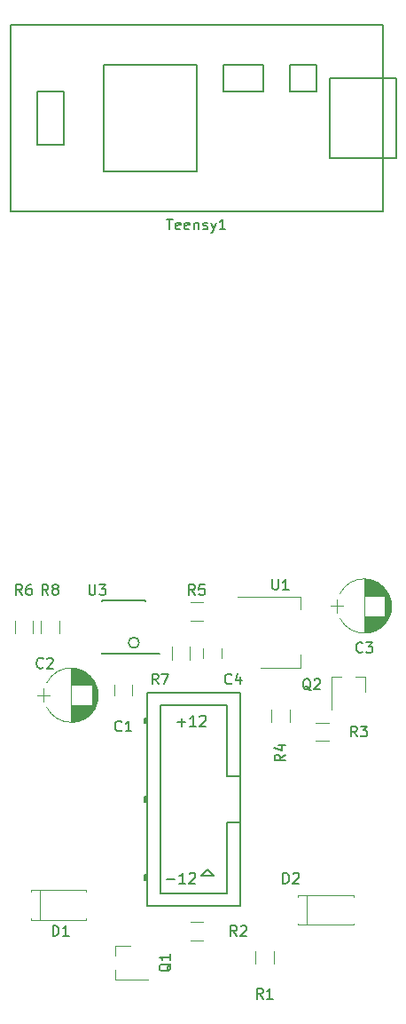
<source format=gbr>
G04 #@! TF.FileFunction,Legend,Top*
%FSLAX46Y46*%
G04 Gerber Fmt 4.6, Leading zero omitted, Abs format (unit mm)*
G04 Created by KiCad (PCBNEW 4.0.7) date 07/21/18 13:32:25*
%MOMM*%
%LPD*%
G01*
G04 APERTURE LIST*
%ADD10C,0.100000*%
%ADD11C,0.200000*%
%ADD12C,0.150000*%
%ADD13C,0.120000*%
G04 APERTURE END LIST*
D10*
D11*
X117500000Y-115000000D02*
G75*
G03X117500000Y-115000000I-500000J0D01*
G01*
D12*
X121166667Y-122571429D02*
X121928572Y-122571429D01*
X121547620Y-122952381D02*
X121547620Y-122190476D01*
X122928572Y-122952381D02*
X122357143Y-122952381D01*
X122642857Y-122952381D02*
X122642857Y-121952381D01*
X122547619Y-122095238D01*
X122452381Y-122190476D01*
X122357143Y-122238095D01*
X123309524Y-122047619D02*
X123357143Y-122000000D01*
X123452381Y-121952381D01*
X123690477Y-121952381D01*
X123785715Y-122000000D01*
X123833334Y-122047619D01*
X123880953Y-122142857D01*
X123880953Y-122238095D01*
X123833334Y-122380952D01*
X123261905Y-122952381D01*
X123880953Y-122952381D01*
X120166667Y-137571429D02*
X120928572Y-137571429D01*
X121928572Y-137952381D02*
X121357143Y-137952381D01*
X121642857Y-137952381D02*
X121642857Y-136952381D01*
X121547619Y-137095238D01*
X121452381Y-137190476D01*
X121357143Y-137238095D01*
X122309524Y-137047619D02*
X122357143Y-137000000D01*
X122452381Y-136952381D01*
X122690477Y-136952381D01*
X122785715Y-137000000D01*
X122833334Y-137047619D01*
X122880953Y-137142857D01*
X122880953Y-137238095D01*
X122833334Y-137380952D01*
X122261905Y-137952381D01*
X122880953Y-137952381D01*
X127200000Y-140070000D02*
X118260000Y-140070000D01*
X118260000Y-140070000D02*
X118260000Y-119770000D01*
X118260000Y-119770000D02*
X127200000Y-119770000D01*
X127200000Y-119770000D02*
X127200000Y-140070000D01*
X127200000Y-132145000D02*
X125900000Y-132145000D01*
X125900000Y-132145000D02*
X125900000Y-138870000D01*
X125900000Y-138870000D02*
X119560000Y-138870000D01*
X119560000Y-138870000D02*
X119560000Y-120970000D01*
X119560000Y-120970000D02*
X125900000Y-120970000D01*
X125900000Y-120970000D02*
X125900000Y-127695000D01*
X125900000Y-127695000D02*
X127200000Y-127695000D01*
X118260000Y-130170000D02*
X118060000Y-130170000D01*
X118060000Y-130170000D02*
X118060000Y-129670000D01*
X118060000Y-129670000D02*
X118260000Y-129670000D01*
X118160000Y-130170000D02*
X118160000Y-129670000D01*
X118260000Y-122690000D02*
X118060000Y-122690000D01*
X118060000Y-122690000D02*
X118060000Y-122190000D01*
X118060000Y-122190000D02*
X118260000Y-122190000D01*
X118160000Y-122690000D02*
X118160000Y-122190000D01*
X118260000Y-137650000D02*
X118060000Y-137650000D01*
X118060000Y-137650000D02*
X118060000Y-137150000D01*
X118060000Y-137150000D02*
X118260000Y-137150000D01*
X118160000Y-137650000D02*
X118160000Y-137150000D01*
X124600000Y-137200000D02*
X123400000Y-137200000D01*
X123400000Y-137200000D02*
X124000000Y-136600000D01*
X124000000Y-136600000D02*
X124600000Y-137200000D01*
X140780000Y-61190000D02*
X142050000Y-61190000D01*
X142050000Y-61190000D02*
X142050000Y-68810000D01*
X142050000Y-68810000D02*
X140780000Y-68810000D01*
X129350000Y-59920000D02*
X125540000Y-59920000D01*
X125540000Y-59920000D02*
X125540000Y-62460000D01*
X125540000Y-62460000D02*
X129350000Y-62460000D01*
X129350000Y-62460000D02*
X129350000Y-59920000D01*
X135700000Y-61190000D02*
X135700000Y-68810000D01*
X135700000Y-68810000D02*
X140780000Y-68810000D01*
X135700000Y-61190000D02*
X140780000Y-61190000D01*
X134430000Y-59920000D02*
X131890000Y-59920000D01*
X131890000Y-59920000D02*
X131890000Y-62460000D01*
X131890000Y-62460000D02*
X134430000Y-62460000D01*
X134430000Y-62460000D02*
X134430000Y-59920000D01*
X107760000Y-67540000D02*
X107760000Y-62460000D01*
X107760000Y-62460000D02*
X110300000Y-62460000D01*
X110300000Y-62460000D02*
X110300000Y-67540000D01*
X110300000Y-67540000D02*
X107760000Y-67540000D01*
X114110000Y-59920000D02*
X114110000Y-70080000D01*
X123000000Y-70080000D02*
X123000000Y-59920000D01*
X114110000Y-70080000D02*
X123000000Y-70080000D01*
X114110000Y-59920000D02*
X123000000Y-59920000D01*
X140780000Y-73890000D02*
X105220000Y-73890000D01*
X105220000Y-73890000D02*
X105220000Y-56110000D01*
X105220000Y-56110000D02*
X140780000Y-56110000D01*
X140780000Y-56110000D02*
X140780000Y-73890000D01*
D13*
X132650000Y-139220000D02*
X132650000Y-139090000D01*
X132650000Y-139090000D02*
X137970000Y-139090000D01*
X137970000Y-139090000D02*
X137970000Y-139220000D01*
X132650000Y-141780000D02*
X132650000Y-141910000D01*
X132650000Y-141910000D02*
X137970000Y-141910000D01*
X137970000Y-141910000D02*
X137970000Y-141780000D01*
X133490000Y-139090000D02*
X133490000Y-141910000D01*
X107150000Y-138720000D02*
X107150000Y-138590000D01*
X107150000Y-138590000D02*
X112470000Y-138590000D01*
X112470000Y-138590000D02*
X112470000Y-138720000D01*
X107150000Y-141280000D02*
X107150000Y-141410000D01*
X107150000Y-141410000D02*
X112470000Y-141410000D01*
X112470000Y-141410000D02*
X112470000Y-141280000D01*
X107990000Y-138590000D02*
X107990000Y-141410000D01*
X141305722Y-110320277D02*
G75*
G03X136694420Y-110320000I-2305722J-1179723D01*
G01*
X141305722Y-112679723D02*
G75*
G02X136694420Y-112680000I-2305722J1179723D01*
G01*
X141305722Y-112679723D02*
G75*
G03X141305580Y-110320000I-2305722J1179723D01*
G01*
X139000000Y-108950000D02*
X139000000Y-114050000D01*
X139040000Y-108950000D02*
X139040000Y-110520000D01*
X139040000Y-112480000D02*
X139040000Y-114050000D01*
X139080000Y-108951000D02*
X139080000Y-110520000D01*
X139080000Y-112480000D02*
X139080000Y-114049000D01*
X139120000Y-108952000D02*
X139120000Y-110520000D01*
X139120000Y-112480000D02*
X139120000Y-114048000D01*
X139160000Y-108954000D02*
X139160000Y-110520000D01*
X139160000Y-112480000D02*
X139160000Y-114046000D01*
X139200000Y-108957000D02*
X139200000Y-110520000D01*
X139200000Y-112480000D02*
X139200000Y-114043000D01*
X139240000Y-108961000D02*
X139240000Y-110520000D01*
X139240000Y-112480000D02*
X139240000Y-114039000D01*
X139280000Y-108965000D02*
X139280000Y-110520000D01*
X139280000Y-112480000D02*
X139280000Y-114035000D01*
X139320000Y-108969000D02*
X139320000Y-110520000D01*
X139320000Y-112480000D02*
X139320000Y-114031000D01*
X139360000Y-108975000D02*
X139360000Y-110520000D01*
X139360000Y-112480000D02*
X139360000Y-114025000D01*
X139400000Y-108981000D02*
X139400000Y-110520000D01*
X139400000Y-112480000D02*
X139400000Y-114019000D01*
X139440000Y-108987000D02*
X139440000Y-110520000D01*
X139440000Y-112480000D02*
X139440000Y-114013000D01*
X139480000Y-108994000D02*
X139480000Y-110520000D01*
X139480000Y-112480000D02*
X139480000Y-114006000D01*
X139520000Y-109002000D02*
X139520000Y-110520000D01*
X139520000Y-112480000D02*
X139520000Y-113998000D01*
X139560000Y-109011000D02*
X139560000Y-110520000D01*
X139560000Y-112480000D02*
X139560000Y-113989000D01*
X139600000Y-109020000D02*
X139600000Y-110520000D01*
X139600000Y-112480000D02*
X139600000Y-113980000D01*
X139640000Y-109030000D02*
X139640000Y-110520000D01*
X139640000Y-112480000D02*
X139640000Y-113970000D01*
X139680000Y-109040000D02*
X139680000Y-110520000D01*
X139680000Y-112480000D02*
X139680000Y-113960000D01*
X139721000Y-109052000D02*
X139721000Y-110520000D01*
X139721000Y-112480000D02*
X139721000Y-113948000D01*
X139761000Y-109064000D02*
X139761000Y-110520000D01*
X139761000Y-112480000D02*
X139761000Y-113936000D01*
X139801000Y-109076000D02*
X139801000Y-110520000D01*
X139801000Y-112480000D02*
X139801000Y-113924000D01*
X139841000Y-109090000D02*
X139841000Y-110520000D01*
X139841000Y-112480000D02*
X139841000Y-113910000D01*
X139881000Y-109104000D02*
X139881000Y-110520000D01*
X139881000Y-112480000D02*
X139881000Y-113896000D01*
X139921000Y-109118000D02*
X139921000Y-110520000D01*
X139921000Y-112480000D02*
X139921000Y-113882000D01*
X139961000Y-109134000D02*
X139961000Y-110520000D01*
X139961000Y-112480000D02*
X139961000Y-113866000D01*
X140001000Y-109150000D02*
X140001000Y-110520000D01*
X140001000Y-112480000D02*
X140001000Y-113850000D01*
X140041000Y-109167000D02*
X140041000Y-110520000D01*
X140041000Y-112480000D02*
X140041000Y-113833000D01*
X140081000Y-109185000D02*
X140081000Y-110520000D01*
X140081000Y-112480000D02*
X140081000Y-113815000D01*
X140121000Y-109204000D02*
X140121000Y-110520000D01*
X140121000Y-112480000D02*
X140121000Y-113796000D01*
X140161000Y-109224000D02*
X140161000Y-110520000D01*
X140161000Y-112480000D02*
X140161000Y-113776000D01*
X140201000Y-109244000D02*
X140201000Y-110520000D01*
X140201000Y-112480000D02*
X140201000Y-113756000D01*
X140241000Y-109266000D02*
X140241000Y-110520000D01*
X140241000Y-112480000D02*
X140241000Y-113734000D01*
X140281000Y-109288000D02*
X140281000Y-110520000D01*
X140281000Y-112480000D02*
X140281000Y-113712000D01*
X140321000Y-109311000D02*
X140321000Y-110520000D01*
X140321000Y-112480000D02*
X140321000Y-113689000D01*
X140361000Y-109335000D02*
X140361000Y-110520000D01*
X140361000Y-112480000D02*
X140361000Y-113665000D01*
X140401000Y-109360000D02*
X140401000Y-110520000D01*
X140401000Y-112480000D02*
X140401000Y-113640000D01*
X140441000Y-109387000D02*
X140441000Y-110520000D01*
X140441000Y-112480000D02*
X140441000Y-113613000D01*
X140481000Y-109414000D02*
X140481000Y-110520000D01*
X140481000Y-112480000D02*
X140481000Y-113586000D01*
X140521000Y-109442000D02*
X140521000Y-110520000D01*
X140521000Y-112480000D02*
X140521000Y-113558000D01*
X140561000Y-109472000D02*
X140561000Y-110520000D01*
X140561000Y-112480000D02*
X140561000Y-113528000D01*
X140601000Y-109503000D02*
X140601000Y-110520000D01*
X140601000Y-112480000D02*
X140601000Y-113497000D01*
X140641000Y-109535000D02*
X140641000Y-110520000D01*
X140641000Y-112480000D02*
X140641000Y-113465000D01*
X140681000Y-109568000D02*
X140681000Y-110520000D01*
X140681000Y-112480000D02*
X140681000Y-113432000D01*
X140721000Y-109603000D02*
X140721000Y-110520000D01*
X140721000Y-112480000D02*
X140721000Y-113397000D01*
X140761000Y-109639000D02*
X140761000Y-110520000D01*
X140761000Y-112480000D02*
X140761000Y-113361000D01*
X140801000Y-109677000D02*
X140801000Y-110520000D01*
X140801000Y-112480000D02*
X140801000Y-113323000D01*
X140841000Y-109717000D02*
X140841000Y-110520000D01*
X140841000Y-112480000D02*
X140841000Y-113283000D01*
X140881000Y-109758000D02*
X140881000Y-110520000D01*
X140881000Y-112480000D02*
X140881000Y-113242000D01*
X140921000Y-109801000D02*
X140921000Y-110520000D01*
X140921000Y-112480000D02*
X140921000Y-113199000D01*
X140961000Y-109846000D02*
X140961000Y-110520000D01*
X140961000Y-112480000D02*
X140961000Y-113154000D01*
X141001000Y-109894000D02*
X141001000Y-113106000D01*
X141041000Y-109944000D02*
X141041000Y-113056000D01*
X141081000Y-109996000D02*
X141081000Y-113004000D01*
X141121000Y-110052000D02*
X141121000Y-112948000D01*
X141161000Y-110110000D02*
X141161000Y-112890000D01*
X141201000Y-110173000D02*
X141201000Y-112827000D01*
X141241000Y-110239000D02*
X141241000Y-112761000D01*
X141281000Y-110311000D02*
X141281000Y-112689000D01*
X141321000Y-110388000D02*
X141321000Y-112612000D01*
X141361000Y-110472000D02*
X141361000Y-112528000D01*
X141401000Y-110566000D02*
X141401000Y-112434000D01*
X141441000Y-110671000D02*
X141441000Y-112329000D01*
X141481000Y-110793000D02*
X141481000Y-112207000D01*
X141521000Y-110941000D02*
X141521000Y-112059000D01*
X141561000Y-111146000D02*
X141561000Y-111854000D01*
X135800000Y-111500000D02*
X137000000Y-111500000D01*
X136400000Y-110850000D02*
X136400000Y-112150000D01*
X113305722Y-118820277D02*
G75*
G03X108694420Y-118820000I-2305722J-1179723D01*
G01*
X113305722Y-121179723D02*
G75*
G02X108694420Y-121180000I-2305722J1179723D01*
G01*
X113305722Y-121179723D02*
G75*
G03X113305580Y-118820000I-2305722J1179723D01*
G01*
X111000000Y-117450000D02*
X111000000Y-122550000D01*
X111040000Y-117450000D02*
X111040000Y-119020000D01*
X111040000Y-120980000D02*
X111040000Y-122550000D01*
X111080000Y-117451000D02*
X111080000Y-119020000D01*
X111080000Y-120980000D02*
X111080000Y-122549000D01*
X111120000Y-117452000D02*
X111120000Y-119020000D01*
X111120000Y-120980000D02*
X111120000Y-122548000D01*
X111160000Y-117454000D02*
X111160000Y-119020000D01*
X111160000Y-120980000D02*
X111160000Y-122546000D01*
X111200000Y-117457000D02*
X111200000Y-119020000D01*
X111200000Y-120980000D02*
X111200000Y-122543000D01*
X111240000Y-117461000D02*
X111240000Y-119020000D01*
X111240000Y-120980000D02*
X111240000Y-122539000D01*
X111280000Y-117465000D02*
X111280000Y-119020000D01*
X111280000Y-120980000D02*
X111280000Y-122535000D01*
X111320000Y-117469000D02*
X111320000Y-119020000D01*
X111320000Y-120980000D02*
X111320000Y-122531000D01*
X111360000Y-117475000D02*
X111360000Y-119020000D01*
X111360000Y-120980000D02*
X111360000Y-122525000D01*
X111400000Y-117481000D02*
X111400000Y-119020000D01*
X111400000Y-120980000D02*
X111400000Y-122519000D01*
X111440000Y-117487000D02*
X111440000Y-119020000D01*
X111440000Y-120980000D02*
X111440000Y-122513000D01*
X111480000Y-117494000D02*
X111480000Y-119020000D01*
X111480000Y-120980000D02*
X111480000Y-122506000D01*
X111520000Y-117502000D02*
X111520000Y-119020000D01*
X111520000Y-120980000D02*
X111520000Y-122498000D01*
X111560000Y-117511000D02*
X111560000Y-119020000D01*
X111560000Y-120980000D02*
X111560000Y-122489000D01*
X111600000Y-117520000D02*
X111600000Y-119020000D01*
X111600000Y-120980000D02*
X111600000Y-122480000D01*
X111640000Y-117530000D02*
X111640000Y-119020000D01*
X111640000Y-120980000D02*
X111640000Y-122470000D01*
X111680000Y-117540000D02*
X111680000Y-119020000D01*
X111680000Y-120980000D02*
X111680000Y-122460000D01*
X111721000Y-117552000D02*
X111721000Y-119020000D01*
X111721000Y-120980000D02*
X111721000Y-122448000D01*
X111761000Y-117564000D02*
X111761000Y-119020000D01*
X111761000Y-120980000D02*
X111761000Y-122436000D01*
X111801000Y-117576000D02*
X111801000Y-119020000D01*
X111801000Y-120980000D02*
X111801000Y-122424000D01*
X111841000Y-117590000D02*
X111841000Y-119020000D01*
X111841000Y-120980000D02*
X111841000Y-122410000D01*
X111881000Y-117604000D02*
X111881000Y-119020000D01*
X111881000Y-120980000D02*
X111881000Y-122396000D01*
X111921000Y-117618000D02*
X111921000Y-119020000D01*
X111921000Y-120980000D02*
X111921000Y-122382000D01*
X111961000Y-117634000D02*
X111961000Y-119020000D01*
X111961000Y-120980000D02*
X111961000Y-122366000D01*
X112001000Y-117650000D02*
X112001000Y-119020000D01*
X112001000Y-120980000D02*
X112001000Y-122350000D01*
X112041000Y-117667000D02*
X112041000Y-119020000D01*
X112041000Y-120980000D02*
X112041000Y-122333000D01*
X112081000Y-117685000D02*
X112081000Y-119020000D01*
X112081000Y-120980000D02*
X112081000Y-122315000D01*
X112121000Y-117704000D02*
X112121000Y-119020000D01*
X112121000Y-120980000D02*
X112121000Y-122296000D01*
X112161000Y-117724000D02*
X112161000Y-119020000D01*
X112161000Y-120980000D02*
X112161000Y-122276000D01*
X112201000Y-117744000D02*
X112201000Y-119020000D01*
X112201000Y-120980000D02*
X112201000Y-122256000D01*
X112241000Y-117766000D02*
X112241000Y-119020000D01*
X112241000Y-120980000D02*
X112241000Y-122234000D01*
X112281000Y-117788000D02*
X112281000Y-119020000D01*
X112281000Y-120980000D02*
X112281000Y-122212000D01*
X112321000Y-117811000D02*
X112321000Y-119020000D01*
X112321000Y-120980000D02*
X112321000Y-122189000D01*
X112361000Y-117835000D02*
X112361000Y-119020000D01*
X112361000Y-120980000D02*
X112361000Y-122165000D01*
X112401000Y-117860000D02*
X112401000Y-119020000D01*
X112401000Y-120980000D02*
X112401000Y-122140000D01*
X112441000Y-117887000D02*
X112441000Y-119020000D01*
X112441000Y-120980000D02*
X112441000Y-122113000D01*
X112481000Y-117914000D02*
X112481000Y-119020000D01*
X112481000Y-120980000D02*
X112481000Y-122086000D01*
X112521000Y-117942000D02*
X112521000Y-119020000D01*
X112521000Y-120980000D02*
X112521000Y-122058000D01*
X112561000Y-117972000D02*
X112561000Y-119020000D01*
X112561000Y-120980000D02*
X112561000Y-122028000D01*
X112601000Y-118003000D02*
X112601000Y-119020000D01*
X112601000Y-120980000D02*
X112601000Y-121997000D01*
X112641000Y-118035000D02*
X112641000Y-119020000D01*
X112641000Y-120980000D02*
X112641000Y-121965000D01*
X112681000Y-118068000D02*
X112681000Y-119020000D01*
X112681000Y-120980000D02*
X112681000Y-121932000D01*
X112721000Y-118103000D02*
X112721000Y-119020000D01*
X112721000Y-120980000D02*
X112721000Y-121897000D01*
X112761000Y-118139000D02*
X112761000Y-119020000D01*
X112761000Y-120980000D02*
X112761000Y-121861000D01*
X112801000Y-118177000D02*
X112801000Y-119020000D01*
X112801000Y-120980000D02*
X112801000Y-121823000D01*
X112841000Y-118217000D02*
X112841000Y-119020000D01*
X112841000Y-120980000D02*
X112841000Y-121783000D01*
X112881000Y-118258000D02*
X112881000Y-119020000D01*
X112881000Y-120980000D02*
X112881000Y-121742000D01*
X112921000Y-118301000D02*
X112921000Y-119020000D01*
X112921000Y-120980000D02*
X112921000Y-121699000D01*
X112961000Y-118346000D02*
X112961000Y-119020000D01*
X112961000Y-120980000D02*
X112961000Y-121654000D01*
X113001000Y-118394000D02*
X113001000Y-121606000D01*
X113041000Y-118444000D02*
X113041000Y-121556000D01*
X113081000Y-118496000D02*
X113081000Y-121504000D01*
X113121000Y-118552000D02*
X113121000Y-121448000D01*
X113161000Y-118610000D02*
X113161000Y-121390000D01*
X113201000Y-118673000D02*
X113201000Y-121327000D01*
X113241000Y-118739000D02*
X113241000Y-121261000D01*
X113281000Y-118811000D02*
X113281000Y-121189000D01*
X113321000Y-118888000D02*
X113321000Y-121112000D01*
X113361000Y-118972000D02*
X113361000Y-121028000D01*
X113401000Y-119066000D02*
X113401000Y-120934000D01*
X113441000Y-119171000D02*
X113441000Y-120829000D01*
X113481000Y-119293000D02*
X113481000Y-120707000D01*
X113521000Y-119441000D02*
X113521000Y-120559000D01*
X113561000Y-119646000D02*
X113561000Y-120354000D01*
X107800000Y-120000000D02*
X109000000Y-120000000D01*
X108400000Y-119350000D02*
X108400000Y-120650000D01*
X123600000Y-143380000D02*
X122400000Y-143380000D01*
X122400000Y-141620000D02*
X123600000Y-141620000D01*
X135600000Y-124380000D02*
X134400000Y-124380000D01*
X134400000Y-122620000D02*
X135600000Y-122620000D01*
X130120000Y-122600000D02*
X130120000Y-121400000D01*
X131880000Y-121400000D02*
X131880000Y-122600000D01*
X122400000Y-111120000D02*
X123600000Y-111120000D01*
X123600000Y-112880000D02*
X122400000Y-112880000D01*
X107380000Y-112900000D02*
X107380000Y-114100000D01*
X105620000Y-114100000D02*
X105620000Y-112900000D01*
X122380000Y-115400000D02*
X122380000Y-116600000D01*
X120620000Y-116600000D02*
X120620000Y-115400000D01*
X109880000Y-112900000D02*
X109880000Y-114100000D01*
X108120000Y-114100000D02*
X108120000Y-112900000D01*
X130380000Y-144400000D02*
X130380000Y-145600000D01*
X128620000Y-145600000D02*
X128620000Y-144400000D01*
X115240000Y-143920000D02*
X115240000Y-144850000D01*
X115240000Y-147080000D02*
X115240000Y-146150000D01*
X115240000Y-147080000D02*
X118400000Y-147080000D01*
X115240000Y-143920000D02*
X116700000Y-143920000D01*
X139080000Y-118240000D02*
X138150000Y-118240000D01*
X135920000Y-118240000D02*
X136850000Y-118240000D01*
X135920000Y-118240000D02*
X135920000Y-121400000D01*
X139080000Y-118240000D02*
X139080000Y-119700000D01*
X132910000Y-117410000D02*
X132910000Y-116150000D01*
X132910000Y-110590000D02*
X132910000Y-111850000D01*
X129150000Y-117410000D02*
X132910000Y-117410000D01*
X126900000Y-110590000D02*
X132910000Y-110590000D01*
D12*
X118075000Y-116075000D02*
X118075000Y-116025000D01*
X113925000Y-116075000D02*
X113925000Y-115930000D01*
X113925000Y-110925000D02*
X113925000Y-111070000D01*
X118075000Y-110925000D02*
X118075000Y-111070000D01*
X118075000Y-116075000D02*
X113925000Y-116075000D01*
X118075000Y-110925000D02*
X113925000Y-110925000D01*
X118075000Y-116025000D02*
X119475000Y-116025000D01*
D13*
X116850000Y-120000000D02*
X116850000Y-119000000D01*
X115150000Y-119000000D02*
X115150000Y-120000000D01*
X123650000Y-115500000D02*
X123650000Y-116500000D01*
X125350000Y-116500000D02*
X125350000Y-115500000D01*
D12*
X120142857Y-74612381D02*
X120714286Y-74612381D01*
X120428571Y-75612381D02*
X120428571Y-74612381D01*
X121428572Y-75564762D02*
X121333334Y-75612381D01*
X121142857Y-75612381D01*
X121047619Y-75564762D01*
X121000000Y-75469524D01*
X121000000Y-75088571D01*
X121047619Y-74993333D01*
X121142857Y-74945714D01*
X121333334Y-74945714D01*
X121428572Y-74993333D01*
X121476191Y-75088571D01*
X121476191Y-75183810D01*
X121000000Y-75279048D01*
X122285715Y-75564762D02*
X122190477Y-75612381D01*
X122000000Y-75612381D01*
X121904762Y-75564762D01*
X121857143Y-75469524D01*
X121857143Y-75088571D01*
X121904762Y-74993333D01*
X122000000Y-74945714D01*
X122190477Y-74945714D01*
X122285715Y-74993333D01*
X122333334Y-75088571D01*
X122333334Y-75183810D01*
X121857143Y-75279048D01*
X122761905Y-74945714D02*
X122761905Y-75612381D01*
X122761905Y-75040952D02*
X122809524Y-74993333D01*
X122904762Y-74945714D01*
X123047620Y-74945714D01*
X123142858Y-74993333D01*
X123190477Y-75088571D01*
X123190477Y-75612381D01*
X123619048Y-75564762D02*
X123714286Y-75612381D01*
X123904762Y-75612381D01*
X124000001Y-75564762D01*
X124047620Y-75469524D01*
X124047620Y-75421905D01*
X124000001Y-75326667D01*
X123904762Y-75279048D01*
X123761905Y-75279048D01*
X123666667Y-75231429D01*
X123619048Y-75136190D01*
X123619048Y-75088571D01*
X123666667Y-74993333D01*
X123761905Y-74945714D01*
X123904762Y-74945714D01*
X124000001Y-74993333D01*
X124380953Y-74945714D02*
X124619048Y-75612381D01*
X124857144Y-74945714D02*
X124619048Y-75612381D01*
X124523810Y-75850476D01*
X124476191Y-75898095D01*
X124380953Y-75945714D01*
X125761906Y-75612381D02*
X125190477Y-75612381D01*
X125476191Y-75612381D02*
X125476191Y-74612381D01*
X125380953Y-74755238D01*
X125285715Y-74850476D01*
X125190477Y-74898095D01*
X131261905Y-137952381D02*
X131261905Y-136952381D01*
X131500000Y-136952381D01*
X131642858Y-137000000D01*
X131738096Y-137095238D01*
X131785715Y-137190476D01*
X131833334Y-137380952D01*
X131833334Y-137523810D01*
X131785715Y-137714286D01*
X131738096Y-137809524D01*
X131642858Y-137904762D01*
X131500000Y-137952381D01*
X131261905Y-137952381D01*
X132214286Y-137047619D02*
X132261905Y-137000000D01*
X132357143Y-136952381D01*
X132595239Y-136952381D01*
X132690477Y-137000000D01*
X132738096Y-137047619D01*
X132785715Y-137142857D01*
X132785715Y-137238095D01*
X132738096Y-137380952D01*
X132166667Y-137952381D01*
X132785715Y-137952381D01*
X109261905Y-142952381D02*
X109261905Y-141952381D01*
X109500000Y-141952381D01*
X109642858Y-142000000D01*
X109738096Y-142095238D01*
X109785715Y-142190476D01*
X109833334Y-142380952D01*
X109833334Y-142523810D01*
X109785715Y-142714286D01*
X109738096Y-142809524D01*
X109642858Y-142904762D01*
X109500000Y-142952381D01*
X109261905Y-142952381D01*
X110785715Y-142952381D02*
X110214286Y-142952381D01*
X110500000Y-142952381D02*
X110500000Y-141952381D01*
X110404762Y-142095238D01*
X110309524Y-142190476D01*
X110214286Y-142238095D01*
X138833334Y-115857143D02*
X138785715Y-115904762D01*
X138642858Y-115952381D01*
X138547620Y-115952381D01*
X138404762Y-115904762D01*
X138309524Y-115809524D01*
X138261905Y-115714286D01*
X138214286Y-115523810D01*
X138214286Y-115380952D01*
X138261905Y-115190476D01*
X138309524Y-115095238D01*
X138404762Y-115000000D01*
X138547620Y-114952381D01*
X138642858Y-114952381D01*
X138785715Y-115000000D01*
X138833334Y-115047619D01*
X139166667Y-114952381D02*
X139785715Y-114952381D01*
X139452381Y-115333333D01*
X139595239Y-115333333D01*
X139690477Y-115380952D01*
X139738096Y-115428571D01*
X139785715Y-115523810D01*
X139785715Y-115761905D01*
X139738096Y-115857143D01*
X139690477Y-115904762D01*
X139595239Y-115952381D01*
X139309524Y-115952381D01*
X139214286Y-115904762D01*
X139166667Y-115857143D01*
X108333334Y-117357143D02*
X108285715Y-117404762D01*
X108142858Y-117452381D01*
X108047620Y-117452381D01*
X107904762Y-117404762D01*
X107809524Y-117309524D01*
X107761905Y-117214286D01*
X107714286Y-117023810D01*
X107714286Y-116880952D01*
X107761905Y-116690476D01*
X107809524Y-116595238D01*
X107904762Y-116500000D01*
X108047620Y-116452381D01*
X108142858Y-116452381D01*
X108285715Y-116500000D01*
X108333334Y-116547619D01*
X108714286Y-116547619D02*
X108761905Y-116500000D01*
X108857143Y-116452381D01*
X109095239Y-116452381D01*
X109190477Y-116500000D01*
X109238096Y-116547619D01*
X109285715Y-116642857D01*
X109285715Y-116738095D01*
X109238096Y-116880952D01*
X108666667Y-117452381D01*
X109285715Y-117452381D01*
X126833334Y-142952381D02*
X126500000Y-142476190D01*
X126261905Y-142952381D02*
X126261905Y-141952381D01*
X126642858Y-141952381D01*
X126738096Y-142000000D01*
X126785715Y-142047619D01*
X126833334Y-142142857D01*
X126833334Y-142285714D01*
X126785715Y-142380952D01*
X126738096Y-142428571D01*
X126642858Y-142476190D01*
X126261905Y-142476190D01*
X127214286Y-142047619D02*
X127261905Y-142000000D01*
X127357143Y-141952381D01*
X127595239Y-141952381D01*
X127690477Y-142000000D01*
X127738096Y-142047619D01*
X127785715Y-142142857D01*
X127785715Y-142238095D01*
X127738096Y-142380952D01*
X127166667Y-142952381D01*
X127785715Y-142952381D01*
X138333334Y-123952381D02*
X138000000Y-123476190D01*
X137761905Y-123952381D02*
X137761905Y-122952381D01*
X138142858Y-122952381D01*
X138238096Y-123000000D01*
X138285715Y-123047619D01*
X138333334Y-123142857D01*
X138333334Y-123285714D01*
X138285715Y-123380952D01*
X138238096Y-123428571D01*
X138142858Y-123476190D01*
X137761905Y-123476190D01*
X138666667Y-122952381D02*
X139285715Y-122952381D01*
X138952381Y-123333333D01*
X139095239Y-123333333D01*
X139190477Y-123380952D01*
X139238096Y-123428571D01*
X139285715Y-123523810D01*
X139285715Y-123761905D01*
X139238096Y-123857143D01*
X139190477Y-123904762D01*
X139095239Y-123952381D01*
X138809524Y-123952381D01*
X138714286Y-123904762D01*
X138666667Y-123857143D01*
X131452381Y-125666666D02*
X130976190Y-126000000D01*
X131452381Y-126238095D02*
X130452381Y-126238095D01*
X130452381Y-125857142D01*
X130500000Y-125761904D01*
X130547619Y-125714285D01*
X130642857Y-125666666D01*
X130785714Y-125666666D01*
X130880952Y-125714285D01*
X130928571Y-125761904D01*
X130976190Y-125857142D01*
X130976190Y-126238095D01*
X130785714Y-124809523D02*
X131452381Y-124809523D01*
X130404762Y-125047619D02*
X131119048Y-125285714D01*
X131119048Y-124666666D01*
X122833334Y-110452381D02*
X122500000Y-109976190D01*
X122261905Y-110452381D02*
X122261905Y-109452381D01*
X122642858Y-109452381D01*
X122738096Y-109500000D01*
X122785715Y-109547619D01*
X122833334Y-109642857D01*
X122833334Y-109785714D01*
X122785715Y-109880952D01*
X122738096Y-109928571D01*
X122642858Y-109976190D01*
X122261905Y-109976190D01*
X123738096Y-109452381D02*
X123261905Y-109452381D01*
X123214286Y-109928571D01*
X123261905Y-109880952D01*
X123357143Y-109833333D01*
X123595239Y-109833333D01*
X123690477Y-109880952D01*
X123738096Y-109928571D01*
X123785715Y-110023810D01*
X123785715Y-110261905D01*
X123738096Y-110357143D01*
X123690477Y-110404762D01*
X123595239Y-110452381D01*
X123357143Y-110452381D01*
X123261905Y-110404762D01*
X123214286Y-110357143D01*
X106333334Y-110452381D02*
X106000000Y-109976190D01*
X105761905Y-110452381D02*
X105761905Y-109452381D01*
X106142858Y-109452381D01*
X106238096Y-109500000D01*
X106285715Y-109547619D01*
X106333334Y-109642857D01*
X106333334Y-109785714D01*
X106285715Y-109880952D01*
X106238096Y-109928571D01*
X106142858Y-109976190D01*
X105761905Y-109976190D01*
X107190477Y-109452381D02*
X107000000Y-109452381D01*
X106904762Y-109500000D01*
X106857143Y-109547619D01*
X106761905Y-109690476D01*
X106714286Y-109880952D01*
X106714286Y-110261905D01*
X106761905Y-110357143D01*
X106809524Y-110404762D01*
X106904762Y-110452381D01*
X107095239Y-110452381D01*
X107190477Y-110404762D01*
X107238096Y-110357143D01*
X107285715Y-110261905D01*
X107285715Y-110023810D01*
X107238096Y-109928571D01*
X107190477Y-109880952D01*
X107095239Y-109833333D01*
X106904762Y-109833333D01*
X106809524Y-109880952D01*
X106761905Y-109928571D01*
X106714286Y-110023810D01*
X119333334Y-118952381D02*
X119000000Y-118476190D01*
X118761905Y-118952381D02*
X118761905Y-117952381D01*
X119142858Y-117952381D01*
X119238096Y-118000000D01*
X119285715Y-118047619D01*
X119333334Y-118142857D01*
X119333334Y-118285714D01*
X119285715Y-118380952D01*
X119238096Y-118428571D01*
X119142858Y-118476190D01*
X118761905Y-118476190D01*
X119666667Y-117952381D02*
X120333334Y-117952381D01*
X119904762Y-118952381D01*
X108833334Y-110452381D02*
X108500000Y-109976190D01*
X108261905Y-110452381D02*
X108261905Y-109452381D01*
X108642858Y-109452381D01*
X108738096Y-109500000D01*
X108785715Y-109547619D01*
X108833334Y-109642857D01*
X108833334Y-109785714D01*
X108785715Y-109880952D01*
X108738096Y-109928571D01*
X108642858Y-109976190D01*
X108261905Y-109976190D01*
X109404762Y-109880952D02*
X109309524Y-109833333D01*
X109261905Y-109785714D01*
X109214286Y-109690476D01*
X109214286Y-109642857D01*
X109261905Y-109547619D01*
X109309524Y-109500000D01*
X109404762Y-109452381D01*
X109595239Y-109452381D01*
X109690477Y-109500000D01*
X109738096Y-109547619D01*
X109785715Y-109642857D01*
X109785715Y-109690476D01*
X109738096Y-109785714D01*
X109690477Y-109833333D01*
X109595239Y-109880952D01*
X109404762Y-109880952D01*
X109309524Y-109928571D01*
X109261905Y-109976190D01*
X109214286Y-110071429D01*
X109214286Y-110261905D01*
X109261905Y-110357143D01*
X109309524Y-110404762D01*
X109404762Y-110452381D01*
X109595239Y-110452381D01*
X109690477Y-110404762D01*
X109738096Y-110357143D01*
X109785715Y-110261905D01*
X109785715Y-110071429D01*
X109738096Y-109976190D01*
X109690477Y-109928571D01*
X109595239Y-109880952D01*
X129333334Y-148952381D02*
X129000000Y-148476190D01*
X128761905Y-148952381D02*
X128761905Y-147952381D01*
X129142858Y-147952381D01*
X129238096Y-148000000D01*
X129285715Y-148047619D01*
X129333334Y-148142857D01*
X129333334Y-148285714D01*
X129285715Y-148380952D01*
X129238096Y-148428571D01*
X129142858Y-148476190D01*
X128761905Y-148476190D01*
X130285715Y-148952381D02*
X129714286Y-148952381D01*
X130000000Y-148952381D02*
X130000000Y-147952381D01*
X129904762Y-148095238D01*
X129809524Y-148190476D01*
X129714286Y-148238095D01*
X120547619Y-145595238D02*
X120500000Y-145690476D01*
X120404762Y-145785714D01*
X120261905Y-145928571D01*
X120214286Y-146023810D01*
X120214286Y-146119048D01*
X120452381Y-146071429D02*
X120404762Y-146166667D01*
X120309524Y-146261905D01*
X120119048Y-146309524D01*
X119785714Y-146309524D01*
X119595238Y-146261905D01*
X119500000Y-146166667D01*
X119452381Y-146071429D01*
X119452381Y-145880952D01*
X119500000Y-145785714D01*
X119595238Y-145690476D01*
X119785714Y-145642857D01*
X120119048Y-145642857D01*
X120309524Y-145690476D01*
X120404762Y-145785714D01*
X120452381Y-145880952D01*
X120452381Y-146071429D01*
X120452381Y-144690476D02*
X120452381Y-145261905D01*
X120452381Y-144976191D02*
X119452381Y-144976191D01*
X119595238Y-145071429D01*
X119690476Y-145166667D01*
X119738095Y-145261905D01*
X133904762Y-119547619D02*
X133809524Y-119500000D01*
X133714286Y-119404762D01*
X133571429Y-119261905D01*
X133476190Y-119214286D01*
X133380952Y-119214286D01*
X133428571Y-119452381D02*
X133333333Y-119404762D01*
X133238095Y-119309524D01*
X133190476Y-119119048D01*
X133190476Y-118785714D01*
X133238095Y-118595238D01*
X133333333Y-118500000D01*
X133428571Y-118452381D01*
X133619048Y-118452381D01*
X133714286Y-118500000D01*
X133809524Y-118595238D01*
X133857143Y-118785714D01*
X133857143Y-119119048D01*
X133809524Y-119309524D01*
X133714286Y-119404762D01*
X133619048Y-119452381D01*
X133428571Y-119452381D01*
X134238095Y-118547619D02*
X134285714Y-118500000D01*
X134380952Y-118452381D01*
X134619048Y-118452381D01*
X134714286Y-118500000D01*
X134761905Y-118547619D01*
X134809524Y-118642857D01*
X134809524Y-118738095D01*
X134761905Y-118880952D01*
X134190476Y-119452381D01*
X134809524Y-119452381D01*
X130238095Y-108952381D02*
X130238095Y-109761905D01*
X130285714Y-109857143D01*
X130333333Y-109904762D01*
X130428571Y-109952381D01*
X130619048Y-109952381D01*
X130714286Y-109904762D01*
X130761905Y-109857143D01*
X130809524Y-109761905D01*
X130809524Y-108952381D01*
X131809524Y-109952381D02*
X131238095Y-109952381D01*
X131523809Y-109952381D02*
X131523809Y-108952381D01*
X131428571Y-109095238D01*
X131333333Y-109190476D01*
X131238095Y-109238095D01*
X112738095Y-109452381D02*
X112738095Y-110261905D01*
X112785714Y-110357143D01*
X112833333Y-110404762D01*
X112928571Y-110452381D01*
X113119048Y-110452381D01*
X113214286Y-110404762D01*
X113261905Y-110357143D01*
X113309524Y-110261905D01*
X113309524Y-109452381D01*
X113690476Y-109452381D02*
X114309524Y-109452381D01*
X113976190Y-109833333D01*
X114119048Y-109833333D01*
X114214286Y-109880952D01*
X114261905Y-109928571D01*
X114309524Y-110023810D01*
X114309524Y-110261905D01*
X114261905Y-110357143D01*
X114214286Y-110404762D01*
X114119048Y-110452381D01*
X113833333Y-110452381D01*
X113738095Y-110404762D01*
X113690476Y-110357143D01*
X115833334Y-123357143D02*
X115785715Y-123404762D01*
X115642858Y-123452381D01*
X115547620Y-123452381D01*
X115404762Y-123404762D01*
X115309524Y-123309524D01*
X115261905Y-123214286D01*
X115214286Y-123023810D01*
X115214286Y-122880952D01*
X115261905Y-122690476D01*
X115309524Y-122595238D01*
X115404762Y-122500000D01*
X115547620Y-122452381D01*
X115642858Y-122452381D01*
X115785715Y-122500000D01*
X115833334Y-122547619D01*
X116785715Y-123452381D02*
X116214286Y-123452381D01*
X116500000Y-123452381D02*
X116500000Y-122452381D01*
X116404762Y-122595238D01*
X116309524Y-122690476D01*
X116214286Y-122738095D01*
X126333334Y-118857143D02*
X126285715Y-118904762D01*
X126142858Y-118952381D01*
X126047620Y-118952381D01*
X125904762Y-118904762D01*
X125809524Y-118809524D01*
X125761905Y-118714286D01*
X125714286Y-118523810D01*
X125714286Y-118380952D01*
X125761905Y-118190476D01*
X125809524Y-118095238D01*
X125904762Y-118000000D01*
X126047620Y-117952381D01*
X126142858Y-117952381D01*
X126285715Y-118000000D01*
X126333334Y-118047619D01*
X127190477Y-118285714D02*
X127190477Y-118952381D01*
X126952381Y-117904762D02*
X126714286Y-118619048D01*
X127333334Y-118619048D01*
M02*

</source>
